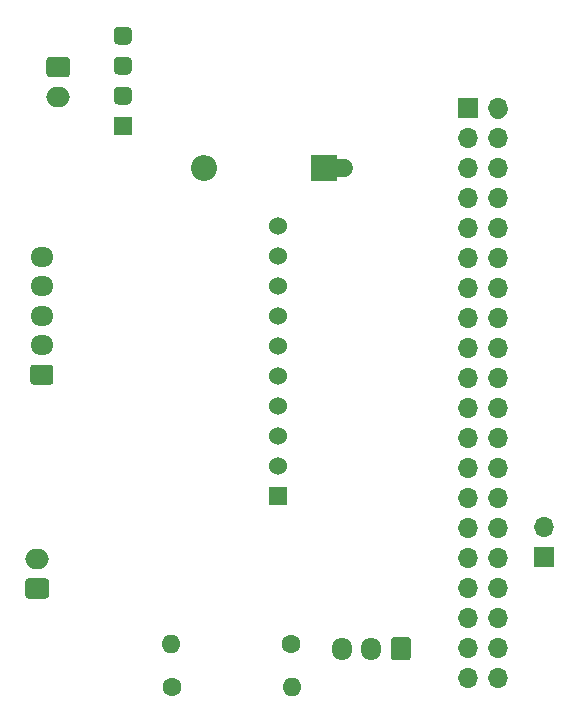
<source format=gbr>
%TF.GenerationSoftware,KiCad,Pcbnew,(5.1.8-0-10_14)*%
%TF.CreationDate,2021-12-17T17:13:00-05:00*%
%TF.ProjectId,PiHatPro,50694861-7450-4726-9f2e-6b696361645f,rev?*%
%TF.SameCoordinates,PX9b0780PY44cb540*%
%TF.FileFunction,Copper,L1,Top*%
%TF.FilePolarity,Positive*%
%FSLAX46Y46*%
G04 Gerber Fmt 4.6, Leading zero omitted, Abs format (unit mm)*
G04 Created by KiCad (PCBNEW (5.1.8-0-10_14)) date 2021-12-17 17:13:00*
%MOMM*%
%LPD*%
G01*
G04 APERTURE LIST*
%TA.AperFunction,ComponentPad*%
%ADD10C,1.524000*%
%TD*%
%TA.AperFunction,ComponentPad*%
%ADD11R,1.524000X1.524000*%
%TD*%
%TA.AperFunction,ComponentPad*%
%ADD12O,1.950000X1.700000*%
%TD*%
%TA.AperFunction,ComponentPad*%
%ADD13O,1.700000X1.700000*%
%TD*%
%TA.AperFunction,ComponentPad*%
%ADD14R,1.700000X1.700000*%
%TD*%
%TA.AperFunction,ComponentPad*%
%ADD15O,1.600000X1.600000*%
%TD*%
%TA.AperFunction,ComponentPad*%
%ADD16C,1.600000*%
%TD*%
%TA.AperFunction,ComponentPad*%
%ADD17O,1.700000X1.950000*%
%TD*%
%TA.AperFunction,ComponentPad*%
%ADD18O,2.000000X1.700000*%
%TD*%
%TA.AperFunction,ComponentPad*%
%ADD19O,2.200000X2.200000*%
%TD*%
%TA.AperFunction,ComponentPad*%
%ADD20R,2.200000X2.200000*%
%TD*%
%TA.AperFunction,Conductor*%
%ADD21C,1.500000*%
%TD*%
G04 APERTURE END LIST*
D10*
%TO.P,U2,10*%
%TO.N,Net-(U2-Pad10)*%
X24700000Y41280000D03*
%TO.P,U2,9*%
%TO.N,JOYSTICK_SW*%
X24700000Y38740000D03*
%TO.P,U2,8*%
%TO.N,JOYSTICK_Y*%
X24700000Y36200000D03*
%TO.P,U2,7*%
%TO.N,JOYSTICK_X*%
X24700000Y33660000D03*
%TO.P,U2,6*%
%TO.N,Net-(U2-Pad6)*%
X24700000Y31120000D03*
%TO.P,U2,5*%
%TO.N,GND*%
X24700000Y28580000D03*
%TO.P,U2,4*%
%TO.N,SDA*%
X24700000Y26040000D03*
%TO.P,U2,3*%
%TO.N,SCL*%
X24700000Y23500000D03*
%TO.P,U2,2*%
%TO.N,GND*%
X24700000Y20960000D03*
D11*
%TO.P,U2,1*%
%TO.N,+3V3*%
X24700000Y18420000D03*
%TD*%
D12*
%TO.P,J4,5*%
%TO.N,JOYSTICK_SW*%
X4700000Y38700000D03*
%TO.P,J4,4*%
%TO.N,JOYSTICK_Y*%
X4700000Y36200000D03*
%TO.P,J4,3*%
%TO.N,JOYSTICK_X*%
X4700000Y33700000D03*
%TO.P,J4,2*%
%TO.N,GND*%
X4700000Y31200000D03*
%TO.P,J4,1*%
%TO.N,+5V*%
%TA.AperFunction,ComponentPad*%
G36*
G01*
X5425000Y27850000D02*
X3975000Y27850000D01*
G75*
G02*
X3725000Y28100000I0J250000D01*
G01*
X3725000Y29300000D01*
G75*
G02*
X3975000Y29550000I250000J0D01*
G01*
X5425000Y29550000D01*
G75*
G02*
X5675000Y29300000I0J-250000D01*
G01*
X5675000Y28100000D01*
G75*
G02*
X5425000Y27850000I-250000J0D01*
G01*
G37*
%TD.AperFunction*%
%TD*%
D13*
%TO.P,J9,2*%
%TO.N,GND*%
X47250000Y15790000D03*
D14*
%TO.P,J9,1*%
%TO.N,Buzzer*%
X47250000Y13250000D03*
%TD*%
D15*
%TO.P,R2,2*%
%TO.N,GND*%
X25860000Y2300000D03*
D16*
%TO.P,R2,1*%
%TO.N,ZProbe3V3*%
X15700000Y2300000D03*
%TD*%
D15*
%TO.P,R1,2*%
%TO.N,ZProbe3V3*%
X15640000Y5900000D03*
D16*
%TO.P,R1,1*%
%TO.N,ZProbeIn*%
X25800000Y5900000D03*
%TD*%
D17*
%TO.P,J5,3*%
%TO.N,ZProbeIn*%
X30100000Y5500000D03*
%TO.P,J5,2*%
%TO.N,GND*%
X32600000Y5500000D03*
%TO.P,J5,1*%
%TO.N,LaserControl*%
%TA.AperFunction,ComponentPad*%
G36*
G01*
X35950000Y6225000D02*
X35950000Y4775000D01*
G75*
G02*
X35700000Y4525000I-250000J0D01*
G01*
X34500000Y4525000D01*
G75*
G02*
X34250000Y4775000I0J250000D01*
G01*
X34250000Y6225000D01*
G75*
G02*
X34500000Y6475000I250000J0D01*
G01*
X35700000Y6475000D01*
G75*
G02*
X35950000Y6225000I0J-250000D01*
G01*
G37*
%TD.AperFunction*%
%TD*%
D13*
%TO.P,J1,40*%
%TO.N,Net-(J1-Pad40)*%
X43290000Y2990000D03*
%TO.P,J1,39*%
%TO.N,GND*%
X40750000Y2990000D03*
%TO.P,J1,38*%
%TO.N,Net-(J1-Pad38)*%
X43290000Y5530000D03*
%TO.P,J1,37*%
%TO.N,LaserControl*%
X40750000Y5530000D03*
%TO.P,J1,36*%
%TO.N,Net-(J1-Pad36)*%
X43290000Y8070000D03*
%TO.P,J1,35*%
%TO.N,ZProbe3V3*%
X40750000Y8070000D03*
%TO.P,J1,34*%
%TO.N,GND*%
X43290000Y10610000D03*
%TO.P,J1,33*%
%TO.N,UVSafe*%
X40750000Y10610000D03*
%TO.P,J1,32*%
%TO.N,Buzzer*%
X43290000Y13150000D03*
%TO.P,J1,31*%
%TO.N,UVExpose*%
X40750000Y13150000D03*
%TO.P,J1,30*%
%TO.N,GND*%
X43290000Y15690000D03*
%TO.P,J1,29*%
%TO.N,Net-(J1-Pad29)*%
X40750000Y15690000D03*
%TO.P,J1,28*%
%TO.N,Net-(J1-Pad28)*%
X43290000Y18230000D03*
%TO.P,J1,27*%
%TO.N,Net-(J1-Pad27)*%
X40750000Y18230000D03*
%TO.P,J1,26*%
%TO.N,Net-(J1-Pad26)*%
X43290000Y20770000D03*
%TO.P,J1,25*%
%TO.N,GND*%
X40750000Y20770000D03*
%TO.P,J1,24*%
%TO.N,Net-(J1-Pad24)*%
X43290000Y23310000D03*
%TO.P,J1,23*%
%TO.N,Net-(J1-Pad23)*%
X40750000Y23310000D03*
%TO.P,J1,22*%
%TO.N,Net-(J1-Pad22)*%
X43290000Y25850000D03*
%TO.P,J1,21*%
%TO.N,Net-(J1-Pad21)*%
X40750000Y25850000D03*
%TO.P,J1,20*%
%TO.N,GND*%
X43290000Y28390000D03*
%TO.P,J1,19*%
%TO.N,Net-(J1-Pad19)*%
X40750000Y28390000D03*
%TO.P,J1,18*%
%TO.N,Net-(J1-Pad18)*%
X43290000Y30930000D03*
%TO.P,J1,17*%
%TO.N,+3V3*%
X40750000Y30930000D03*
%TO.P,J1,16*%
%TO.N,Net-(J1-Pad16)*%
X43290000Y33470000D03*
%TO.P,J1,15*%
%TO.N,Net-(J1-Pad15)*%
X40750000Y33470000D03*
%TO.P,J1,14*%
%TO.N,GND*%
X43290000Y36010000D03*
%TO.P,J1,13*%
%TO.N,Net-(J1-Pad13)*%
X40750000Y36010000D03*
%TO.P,J1,12*%
%TO.N,Net-(J1-Pad12)*%
X43290000Y38550000D03*
%TO.P,J1,11*%
%TO.N,Net-(J1-Pad11)*%
X40750000Y38550000D03*
%TO.P,J1,10*%
%TO.N,Net-(J1-Pad10)*%
X43290000Y41090000D03*
%TO.P,J1,9*%
%TO.N,GND*%
X40750000Y41090000D03*
%TO.P,J1,8*%
%TO.N,Net-(J1-Pad8)*%
X43290000Y43630000D03*
%TO.P,J1,7*%
%TO.N,Net-(J1-Pad7)*%
X40750000Y43630000D03*
%TO.P,J1,6*%
%TO.N,GND*%
X43290000Y46170000D03*
%TO.P,J1,5*%
%TO.N,SCL*%
X40750000Y46170000D03*
%TO.P,J1,4*%
%TO.N,+5V*%
X43290000Y48710000D03*
%TO.P,J1,3*%
%TO.N,SDA*%
X40750000Y48710000D03*
%TO.P,J1,2*%
%TO.N,+5V*%
X43290000Y51250000D03*
D14*
%TO.P,J1,1*%
%TO.N,+3V3*%
X40750000Y51250000D03*
%TD*%
D18*
%TO.P,J3,2*%
%TO.N,UVExpose*%
X4300000Y13100000D03*
%TO.P,J3,1*%
%TO.N,UVSafe*%
%TA.AperFunction,ComponentPad*%
G36*
G01*
X5050000Y9750000D02*
X3550000Y9750000D01*
G75*
G02*
X3300000Y10000000I0J250000D01*
G01*
X3300000Y11200000D01*
G75*
G02*
X3550000Y11450000I250000J0D01*
G01*
X5050000Y11450000D01*
G75*
G02*
X5300000Y11200000I0J-250000D01*
G01*
X5300000Y10000000D01*
G75*
G02*
X5050000Y9750000I-250000J0D01*
G01*
G37*
%TD.AperFunction*%
%TD*%
%TO.P,U1,4*%
%TO.N,Net-(U1-Pad4)*%
%TA.AperFunction,ComponentPad*%
G36*
G01*
X11931000Y56648000D02*
X11169000Y56648000D01*
G75*
G02*
X10788000Y57029000I0J381000D01*
G01*
X10788000Y57791000D01*
G75*
G02*
X11169000Y58172000I381000J0D01*
G01*
X11931000Y58172000D01*
G75*
G02*
X12312000Y57791000I0J-381000D01*
G01*
X12312000Y57029000D01*
G75*
G02*
X11931000Y56648000I-381000J0D01*
G01*
G37*
%TD.AperFunction*%
%TO.P,U1,3*%
%TO.N,+24V*%
%TA.AperFunction,ComponentPad*%
G36*
G01*
X11931000Y54108000D02*
X11169000Y54108000D01*
G75*
G02*
X10788000Y54489000I0J381000D01*
G01*
X10788000Y55251000D01*
G75*
G02*
X11169000Y55632000I381000J0D01*
G01*
X11931000Y55632000D01*
G75*
G02*
X12312000Y55251000I0J-381000D01*
G01*
X12312000Y54489000D01*
G75*
G02*
X11931000Y54108000I-381000J0D01*
G01*
G37*
%TD.AperFunction*%
%TO.P,U1,2*%
%TO.N,GND*%
%TA.AperFunction,ComponentPad*%
G36*
G01*
X11931000Y51568000D02*
X11169000Y51568000D01*
G75*
G02*
X10788000Y51949000I0J381000D01*
G01*
X10788000Y52711000D01*
G75*
G02*
X11169000Y53092000I381000J0D01*
G01*
X11931000Y53092000D01*
G75*
G02*
X12312000Y52711000I0J-381000D01*
G01*
X12312000Y51949000D01*
G75*
G02*
X11931000Y51568000I-381000J0D01*
G01*
G37*
%TD.AperFunction*%
D11*
%TO.P,U1,1*%
%TO.N,Net-(D1-Pad2)*%
X11550000Y49790000D03*
%TD*%
D19*
%TO.P,D1,2*%
%TO.N,Net-(D1-Pad2)*%
X18440000Y46200000D03*
D20*
%TO.P,D1,1*%
%TO.N,+5V*%
X28600000Y46200000D03*
%TD*%
%TO.P,J2,1*%
%TO.N,+24V*%
%TA.AperFunction,ComponentPad*%
G36*
G01*
X5334000Y55600000D02*
X6834000Y55600000D01*
G75*
G02*
X7084000Y55350000I0J-250000D01*
G01*
X7084000Y54150000D01*
G75*
G02*
X6834000Y53900000I-250000J0D01*
G01*
X5334000Y53900000D01*
G75*
G02*
X5084000Y54150000I0J250000D01*
G01*
X5084000Y55350000D01*
G75*
G02*
X5334000Y55600000I250000J0D01*
G01*
G37*
%TD.AperFunction*%
D18*
%TO.P,J2,2*%
%TO.N,GND*%
X6084000Y52250000D03*
%TD*%
D21*
%TO.N,+5V*%
X43300000Y51100000D02*
X43400000Y51200000D01*
X28600000Y46200000D02*
X30300000Y46200000D01*
%TO.N,Net-(D1-Pad2)*%
X18500000Y46200000D02*
X18500000Y46300000D01*
%TD*%
M02*

</source>
